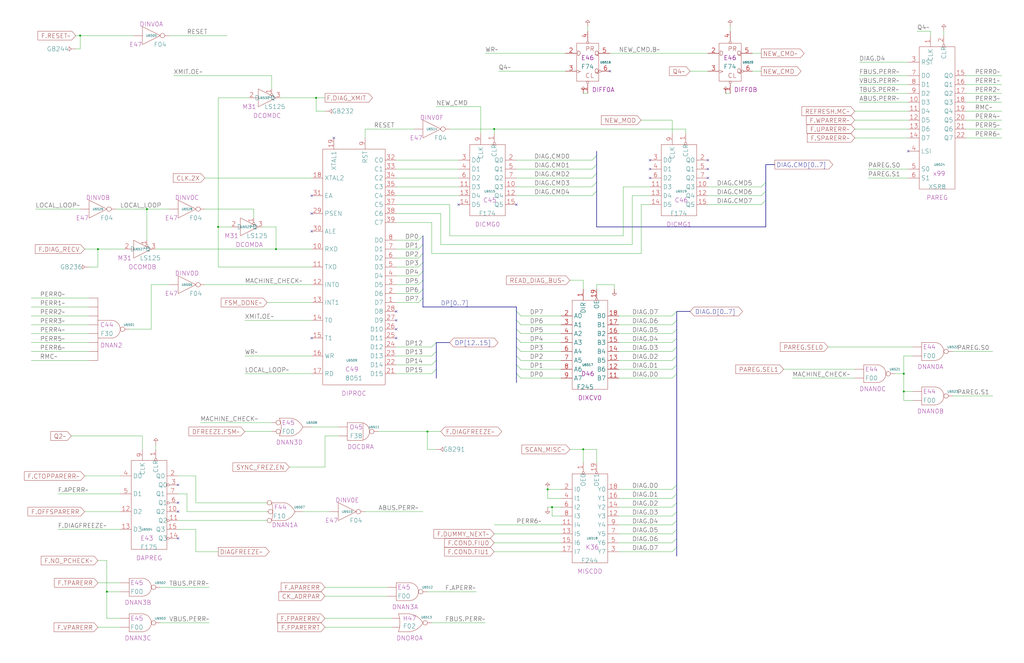
<source format=kicad_sch>
(kicad_sch (version 20211123) (generator eeschema)
  (paper "User" 584.2 378.46)
  (title_block (title "DIAGNOSTIC PROCESSOR") (date "20-MAR-90") (rev "1.0") (comment 1 "FIU") (comment 2 "232-003065") (comment 3 "S400") (comment 4 "RELEASED"))
  (bus (pts (xy 241.3 134.62) (xy 241.3 139.7)))
  (bus (pts (xy 241.3 139.7) (xy 241.3 144.78)))
  (bus (pts (xy 241.3 144.78) (xy 241.3 149.86)))
  (bus (pts (xy 241.3 149.86) (xy 241.3 154.94)))
  (bus (pts (xy 241.3 154.94) (xy 241.3 160.02)))
  (bus (pts (xy 241.3 160.02) (xy 241.3 165.1)))
  (bus (pts (xy 241.3 165.1) (xy 241.3 170.18)))
  (bus (pts (xy 241.3 170.18) (xy 241.3 175.26)))
  (bus (pts (xy 241.3 175.26) (xy 294.64 175.26)))
  (bus (pts (xy 248.92 195.58) (xy 248.92 200.66)))
  (bus (pts (xy 248.92 195.58) (xy 256.54 195.58)))
  (bus (pts (xy 248.92 200.66) (xy 248.92 205.74)))
  (bus (pts (xy 248.92 205.74) (xy 248.92 210.82)))
  (bus (pts (xy 248.92 210.82) (xy 248.92 215.9)))
  (bus (pts (xy 294.64 175.26) (xy 294.64 177.8)))
  (bus (pts (xy 294.64 177.8) (xy 294.64 182.88)))
  (bus (pts (xy 294.64 182.88) (xy 294.64 187.96)))
  (bus (pts (xy 294.64 187.96) (xy 294.64 193.04)))
  (bus (pts (xy 294.64 193.04) (xy 294.64 198.12)))
  (bus (pts (xy 294.64 198.12) (xy 294.64 203.2)))
  (bus (pts (xy 294.64 203.2) (xy 294.64 208.28)))
  (bus (pts (xy 294.64 208.28) (xy 294.64 213.36)))
  (bus (pts (xy 294.64 213.36) (xy 294.64 218.44)))
  (bus (pts (xy 340.36 104.14) (xy 340.36 109.22)))
  (bus (pts (xy 340.36 109.22) (xy 340.36 129.54)))
  (bus (pts (xy 340.36 129.54) (xy 436.88 129.54)))
  (bus (pts (xy 340.36 86.36) (xy 340.36 88.9)))
  (bus (pts (xy 340.36 88.9) (xy 340.36 93.98)))
  (bus (pts (xy 340.36 93.98) (xy 340.36 99.06)))
  (bus (pts (xy 340.36 99.06) (xy 340.36 104.14)))
  (bus (pts (xy 386.08 177.8) (xy 386.08 182.88)))
  (bus (pts (xy 386.08 177.8) (xy 393.7 177.8)))
  (bus (pts (xy 386.08 182.88) (xy 386.08 187.96)))
  (bus (pts (xy 386.08 187.96) (xy 386.08 193.04)))
  (bus (pts (xy 386.08 193.04) (xy 386.08 198.12)))
  (bus (pts (xy 386.08 198.12) (xy 386.08 203.2)))
  (bus (pts (xy 386.08 203.2) (xy 386.08 208.28)))
  (bus (pts (xy 386.08 208.28) (xy 386.08 213.36)))
  (bus (pts (xy 386.08 213.36) (xy 386.08 276.86)))
  (bus (pts (xy 386.08 276.86) (xy 386.08 281.94)))
  (bus (pts (xy 386.08 281.94) (xy 386.08 287.02)))
  (bus (pts (xy 386.08 287.02) (xy 386.08 292.1)))
  (bus (pts (xy 386.08 292.1) (xy 386.08 297.18)))
  (bus (pts (xy 386.08 297.18) (xy 386.08 302.26)))
  (bus (pts (xy 386.08 302.26) (xy 386.08 307.34)))
  (bus (pts (xy 386.08 307.34) (xy 386.08 312.42)))
  (bus (pts (xy 386.08 312.42) (xy 386.08 317.5)))
  (bus (pts (xy 436.88 104.14) (xy 436.88 109.22)))
  (bus (pts (xy 436.88 109.22) (xy 436.88 114.3)))
  (bus (pts (xy 436.88 114.3) (xy 436.88 129.54)))
  (bus (pts (xy 436.88 93.98) (xy 436.88 104.14)))
  (bus (pts (xy 436.88 93.98) (xy 441.96 93.98)))
  (wire (pts (xy 101.6 271.78) (xy 111.76 271.78)))
  (wire (pts (xy 101.6 281.94) (xy 106.68 281.94)))
  (wire (pts (xy 101.6 297.18) (xy 152.4 297.18)))
  (wire (pts (xy 101.6 302.26) (xy 111.76 302.26)))
  (wire (pts (xy 106.68 281.94) (xy 106.68 292.1)))
  (wire (pts (xy 106.68 292.1) (xy 152.4 292.1)))
  (wire (pts (xy 111.76 271.78) (xy 111.76 287.02)))
  (wire (pts (xy 111.76 287.02) (xy 152.4 287.02)))
  (wire (pts (xy 111.76 302.26) (xy 111.76 314.96)))
  (wire (pts (xy 111.76 314.96) (xy 124.46 314.96)))
  (wire (pts (xy 114.3 241.3) (xy 154.94 241.3)))
  (wire (pts (xy 116.84 101.6) (xy 177.8 101.6)))
  (wire (pts (xy 116.84 119.38) (xy 144.78 119.38)))
  (wire (pts (xy 116.84 162.56) (xy 177.8 162.56)))
  (wire (pts (xy 124.46 129.54) (xy 124.46 55.88)))
  (wire (pts (xy 124.46 129.54) (xy 132.08 129.54)))
  (wire (pts (xy 124.46 152.4) (xy 124.46 129.54)))
  (wire (pts (xy 124.46 55.88) (xy 142.24 55.88)))
  (wire (pts (xy 139.7 182.88) (xy 177.8 182.88)))
  (wire (pts (xy 139.7 203.2) (xy 177.8 203.2)))
  (wire (pts (xy 139.7 213.36) (xy 177.8 213.36)))
  (wire (pts (xy 139.7 246.38) (xy 154.94 246.38)))
  (wire (pts (xy 144.78 119.38) (xy 144.78 124.46)))
  (wire (pts (xy 149.86 129.54) (xy 157.48 129.54)))
  (wire (pts (xy 152.4 172.72) (xy 177.8 172.72)))
  (wire (pts (xy 154.94 43.18) (xy 154.94 50.8)))
  (wire (pts (xy 157.48 129.54) (xy 157.48 142.24)))
  (wire (pts (xy 157.48 142.24) (xy 177.8 142.24)))
  (wire (pts (xy 160.02 55.88) (xy 180.34 55.88)))
  (wire (pts (xy 17.78 170.18) (xy 50.8 170.18)))
  (wire (pts (xy 17.78 175.26) (xy 50.8 175.26)))
  (wire (pts (xy 17.78 180.34) (xy 50.8 180.34)))
  (wire (pts (xy 17.78 185.42) (xy 50.8 185.42)))
  (wire (pts (xy 17.78 190.5) (xy 50.8 190.5)))
  (wire (pts (xy 17.78 195.58) (xy 50.8 195.58)))
  (wire (pts (xy 17.78 200.66) (xy 50.8 200.66)))
  (wire (pts (xy 17.78 205.74) (xy 50.8 205.74)))
  (wire (pts (xy 172.72 292.1) (xy 187.96 292.1)))
  (wire (pts (xy 177.8 152.4) (xy 124.46 152.4)))
  (wire (pts (xy 177.8 243.84) (xy 193.04 243.84)))
  (wire (pts (xy 180.34 55.88) (xy 185.42 55.88)))
  (wire (pts (xy 180.34 63.5) (xy 180.34 55.88)))
  (wire (pts (xy 185.42 248.92) (xy 185.42 266.7)))
  (wire (pts (xy 185.42 266.7) (xy 165.1 266.7)))
  (wire (pts (xy 185.42 335.28) (xy 220.98 335.28)))
  (wire (pts (xy 185.42 340.36) (xy 220.98 340.36)))
  (wire (pts (xy 185.42 353.06) (xy 223.52 353.06)))
  (wire (pts (xy 185.42 358.14) (xy 223.52 358.14)))
  (wire (pts (xy 185.42 63.5) (xy 180.34 63.5)))
  (wire (pts (xy 193.04 248.92) (xy 185.42 248.92)))
  (wire (pts (xy 20.32 119.38) (xy 45.72 119.38)))
  (wire (pts (xy 208.28 292.1) (xy 241.3 292.1)))
  (wire (pts (xy 208.28 73.66) (xy 208.28 78.74)))
  (wire (pts (xy 215.9 246.38) (xy 243.84 246.38)))
  (wire (pts (xy 226.06 101.6) (xy 261.62 101.6)))
  (wire (pts (xy 226.06 106.68) (xy 261.62 106.68)))
  (wire (pts (xy 226.06 111.76) (xy 261.62 111.76)))
  (wire (pts (xy 226.06 116.84) (xy 256.54 116.84)))
  (wire (pts (xy 226.06 121.92) (xy 251.46 121.92)))
  (wire (pts (xy 226.06 127) (xy 246.38 127)))
  (wire (pts (xy 226.06 137.16) (xy 238.76 137.16)))
  (wire (pts (xy 226.06 142.24) (xy 238.76 142.24)))
  (wire (pts (xy 226.06 147.32) (xy 238.76 147.32)))
  (wire (pts (xy 226.06 152.4) (xy 238.76 152.4)))
  (wire (pts (xy 226.06 157.48) (xy 238.76 157.48)))
  (wire (pts (xy 226.06 162.56) (xy 238.76 162.56)))
  (wire (pts (xy 226.06 167.64) (xy 238.76 167.64)))
  (wire (pts (xy 226.06 172.72) (xy 238.76 172.72)))
  (wire (pts (xy 226.06 198.12) (xy 246.38 198.12)))
  (wire (pts (xy 226.06 203.2) (xy 246.38 203.2)))
  (wire (pts (xy 226.06 208.28) (xy 246.38 208.28)))
  (wire (pts (xy 226.06 213.36) (xy 246.38 213.36)))
  (wire (pts (xy 226.06 91.44) (xy 261.62 91.44)))
  (wire (pts (xy 226.06 96.52) (xy 261.62 96.52)))
  (wire (pts (xy 236.22 73.66) (xy 208.28 73.66)))
  (wire (pts (xy 243.84 246.38) (xy 251.46 246.38)))
  (wire (pts (xy 243.84 256.54) (xy 243.84 246.38)))
  (wire (pts (xy 243.84 337.82) (xy 271.78 337.82)))
  (wire (pts (xy 246.38 127) (xy 246.38 144.78)))
  (wire (pts (xy 246.38 144.78) (xy 365.76 144.78)))
  (wire (pts (xy 246.38 355.6) (xy 276.86 355.6)))
  (wire (pts (xy 248.92 256.54) (xy 243.84 256.54)))
  (wire (pts (xy 251.46 121.92) (xy 251.46 139.7)))
  (wire (pts (xy 251.46 139.7) (xy 360.68 139.7)))
  (wire (pts (xy 256.54 116.84) (xy 256.54 134.62)))
  (wire (pts (xy 256.54 134.62) (xy 355.6 134.62)))
  (wire (pts (xy 256.54 73.66) (xy 281.94 73.66)))
  (wire (pts (xy 274.32 60.96) (xy 248.92 60.96)))
  (wire (pts (xy 274.32 76.2) (xy 274.32 60.96)))
  (wire (pts (xy 276.86 30.48) (xy 322.58 30.48)))
  (wire (pts (xy 281.94 299.72) (xy 320.04 299.72)))
  (wire (pts (xy 281.94 304.8) (xy 320.04 304.8)))
  (wire (pts (xy 281.94 309.88) (xy 320.04 309.88)))
  (wire (pts (xy 281.94 314.96) (xy 320.04 314.96)))
  (wire (pts (xy 281.94 73.66) (xy 281.94 76.2)))
  (wire (pts (xy 281.94 73.66) (xy 391.16 73.66)))
  (wire (pts (xy 284.48 40.64) (xy 322.58 40.64)))
  (wire (pts (xy 294.64 101.6) (xy 337.82 101.6)))
  (wire (pts (xy 294.64 106.68) (xy 337.82 106.68)))
  (wire (pts (xy 294.64 111.76) (xy 337.82 111.76)))
  (wire (pts (xy 294.64 91.44) (xy 337.82 91.44)))
  (wire (pts (xy 294.64 96.52) (xy 337.82 96.52)))
  (wire (pts (xy 297.18 180.34) (xy 320.04 180.34)))
  (wire (pts (xy 297.18 185.42) (xy 320.04 185.42)))
  (wire (pts (xy 297.18 190.5) (xy 320.04 190.5)))
  (wire (pts (xy 297.18 195.58) (xy 320.04 195.58)))
  (wire (pts (xy 297.18 200.66) (xy 320.04 200.66)))
  (wire (pts (xy 297.18 205.74) (xy 320.04 205.74)))
  (wire (pts (xy 297.18 210.82) (xy 320.04 210.82)))
  (wire (pts (xy 297.18 215.9) (xy 320.04 215.9)))
  (wire (pts (xy 312.42 279.4) (xy 320.04 279.4)))
  (wire (pts (xy 312.42 284.48) (xy 312.42 279.4)))
  (wire (pts (xy 312.42 289.56) (xy 314.96 289.56)))
  (wire (pts (xy 314.96 289.56) (xy 320.04 289.56)))
  (wire (pts (xy 314.96 294.64) (xy 314.96 289.56)))
  (wire (pts (xy 320.04 284.48) (xy 312.42 284.48)))
  (wire (pts (xy 320.04 294.64) (xy 314.96 294.64)))
  (wire (pts (xy 325.12 160.02) (xy 332.74 160.02)))
  (wire (pts (xy 325.12 256.54) (xy 332.74 256.54)))
  (wire (pts (xy 33.02 281.94) (xy 68.58 281.94)))
  (wire (pts (xy 33.02 302.26) (xy 68.58 302.26)))
  (wire (pts (xy 332.74 165.1) (xy 332.74 160.02)))
  (wire (pts (xy 332.74 256.54) (xy 332.74 264.16)))
  (wire (pts (xy 332.74 256.54) (xy 340.36 256.54)))
  (wire (pts (xy 332.74 53.34) (xy 335.28 53.34)))
  (wire (pts (xy 335.28 15.24) (xy 335.28 17.78)))
  (wire (pts (xy 340.36 162.56) (xy 350.52 162.56)))
  (wire (pts (xy 340.36 165.1) (xy 340.36 162.56)))
  (wire (pts (xy 340.36 264.16) (xy 340.36 256.54)))
  (wire (pts (xy 347.98 30.48) (xy 403.86 30.48)))
  (wire (pts (xy 350.52 162.56) (xy 350.52 165.1)))
  (wire (pts (xy 353.06 180.34) (xy 383.54 180.34)))
  (wire (pts (xy 353.06 185.42) (xy 383.54 185.42)))
  (wire (pts (xy 353.06 190.5) (xy 383.54 190.5)))
  (wire (pts (xy 353.06 195.58) (xy 383.54 195.58)))
  (wire (pts (xy 353.06 200.66) (xy 383.54 200.66)))
  (wire (pts (xy 353.06 205.74) (xy 383.54 205.74)))
  (wire (pts (xy 353.06 210.82) (xy 383.54 210.82)))
  (wire (pts (xy 353.06 215.9) (xy 383.54 215.9)))
  (wire (pts (xy 353.06 279.4) (xy 383.54 279.4)))
  (wire (pts (xy 353.06 284.48) (xy 383.54 284.48)))
  (wire (pts (xy 353.06 289.56) (xy 383.54 289.56)))
  (wire (pts (xy 353.06 294.64) (xy 383.54 294.64)))
  (wire (pts (xy 353.06 299.72) (xy 383.54 299.72)))
  (wire (pts (xy 353.06 304.8) (xy 383.54 304.8)))
  (wire (pts (xy 353.06 309.88) (xy 383.54 309.88)))
  (wire (pts (xy 353.06 314.96) (xy 383.54 314.96)))
  (wire (pts (xy 355.6 106.68) (xy 370.84 106.68)))
  (wire (pts (xy 355.6 134.62) (xy 355.6 106.68)))
  (wire (pts (xy 360.68 111.76) (xy 370.84 111.76)))
  (wire (pts (xy 360.68 139.7) (xy 360.68 111.76)))
  (wire (pts (xy 365.76 116.84) (xy 370.84 116.84)))
  (wire (pts (xy 365.76 144.78) (xy 365.76 116.84)))
  (wire (pts (xy 365.76 68.58) (xy 383.54 68.58)))
  (wire (pts (xy 383.54 76.2) (xy 383.54 68.58)))
  (wire (pts (xy 391.16 73.66) (xy 391.16 76.2)))
  (wire (pts (xy 393.7 40.64) (xy 403.86 40.64)))
  (wire (pts (xy 40.64 248.92) (xy 81.28 248.92)))
  (wire (pts (xy 403.86 106.68) (xy 434.34 106.68)))
  (wire (pts (xy 403.86 111.76) (xy 434.34 111.76)))
  (wire (pts (xy 403.86 116.84) (xy 434.34 116.84)))
  (wire (pts (xy 414.02 53.34) (xy 416.56 53.34)))
  (wire (pts (xy 416.56 15.24) (xy 416.56 17.78)))
  (wire (pts (xy 429.26 30.48) (xy 434.34 30.48)))
  (wire (pts (xy 429.26 40.64) (xy 434.34 40.64)))
  (wire (pts (xy 43.18 20.32) (xy 45.72 20.32)))
  (wire (pts (xy 447.04 210.82) (xy 487.68 210.82)))
  (wire (pts (xy 45.72 20.32) (xy 45.72 27.94)))
  (wire (pts (xy 45.72 27.94) (xy 43.18 27.94)))
  (wire (pts (xy 452.12 215.9) (xy 487.68 215.9)))
  (wire (pts (xy 472.44 198.12) (xy 520.7 198.12)))
  (wire (pts (xy 48.26 142.24) (xy 55.88 142.24)))
  (wire (pts (xy 48.26 271.78) (xy 68.58 271.78)))
  (wire (pts (xy 48.26 292.1) (xy 68.58 292.1)))
  (wire (pts (xy 487.68 63.5) (xy 518.16 63.5)))
  (wire (pts (xy 487.68 68.58) (xy 518.16 68.58)))
  (wire (pts (xy 487.68 73.66) (xy 518.16 73.66)))
  (wire (pts (xy 487.68 78.74) (xy 518.16 78.74)))
  (wire (pts (xy 490.22 35.56) (xy 518.16 35.56)))
  (wire (pts (xy 490.22 43.18) (xy 518.16 43.18)))
  (wire (pts (xy 490.22 48.26) (xy 518.16 48.26)))
  (wire (pts (xy 490.22 53.34) (xy 518.16 53.34)))
  (wire (pts (xy 490.22 58.42) (xy 518.16 58.42)))
  (wire (pts (xy 495.3 101.6) (xy 518.16 101.6)))
  (wire (pts (xy 495.3 96.52) (xy 518.16 96.52)))
  (wire (pts (xy 50.8 152.4) (xy 55.88 152.4)))
  (wire (pts (xy 515.62 203.2) (xy 515.62 213.36)))
  (wire (pts (xy 515.62 213.36) (xy 510.54 213.36)))
  (wire (pts (xy 515.62 223.52) (xy 515.62 213.36)))
  (wire (pts (xy 515.62 223.52) (xy 520.7 223.52)))
  (wire (pts (xy 515.62 228.6) (xy 515.62 223.52)))
  (wire (pts (xy 520.7 203.2) (xy 515.62 203.2)))
  (wire (pts (xy 520.7 228.6) (xy 515.62 228.6)))
  (wire (pts (xy 523.24 17.78) (xy 530.86 17.78)))
  (wire (pts (xy 530.86 17.78) (xy 530.86 20.32)))
  (wire (pts (xy 538.48 17.78) (xy 538.48 20.32)))
  (wire (pts (xy 543.56 200.66) (xy 566.42 200.66)))
  (wire (pts (xy 543.56 226.06) (xy 566.42 226.06)))
  (wire (pts (xy 55.88 142.24) (xy 71.12 142.24)))
  (wire (pts (xy 55.88 152.4) (xy 55.88 142.24)))
  (wire (pts (xy 55.88 332.74) (xy 68.58 332.74)))
  (wire (pts (xy 55.88 358.14) (xy 68.58 358.14)))
  (wire (pts (xy 551.18 43.18) (xy 571.5 43.18)))
  (wire (pts (xy 551.18 48.26) (xy 571.5 48.26)))
  (wire (pts (xy 551.18 53.34) (xy 571.5 53.34)))
  (wire (pts (xy 551.18 58.42) (xy 571.5 58.42)))
  (wire (pts (xy 551.18 63.5) (xy 571.5 63.5)))
  (wire (pts (xy 551.18 68.58) (xy 571.5 68.58)))
  (wire (pts (xy 551.18 73.66) (xy 571.5 73.66)))
  (wire (pts (xy 551.18 78.74) (xy 571.5 78.74)))
  (wire (pts (xy 60.96 320.04) (xy 55.88 320.04)))
  (wire (pts (xy 60.96 337.82) (xy 60.96 320.04)))
  (wire (pts (xy 60.96 337.82) (xy 68.58 337.82)))
  (wire (pts (xy 60.96 353.06) (xy 60.96 337.82)))
  (wire (pts (xy 66.04 119.38) (xy 83.82 119.38)))
  (wire (pts (xy 68.58 353.06) (xy 60.96 353.06)))
  (wire (pts (xy 76.2 20.32) (xy 45.72 20.32)))
  (wire (pts (xy 81.28 256.54) (xy 81.28 248.92)))
  (wire (pts (xy 83.82 119.38) (xy 83.82 137.16)))
  (wire (pts (xy 83.82 119.38) (xy 96.52 119.38)))
  (wire (pts (xy 86.36 162.56) (xy 86.36 187.96)))
  (wire (pts (xy 86.36 187.96) (xy 73.66 187.96)))
  (wire (pts (xy 88.9 142.24) (xy 157.48 142.24)))
  (wire (pts (xy 88.9 256.54) (xy 88.9 254)))
  (wire (pts (xy 91.44 335.28) (xy 119.38 335.28)))
  (wire (pts (xy 91.44 355.6) (xy 119.38 355.6)))
  (wire (pts (xy 96.52 162.56) (xy 86.36 162.56)))
  (wire (pts (xy 96.52 20.32) (xy 129.54 20.32)))
  (wire (pts (xy 99.06 43.18) (xy 154.94 43.18)))
  (label "LOCAL_LOOP~" (at 20.32 119.38 0) (effects (font (size 2.54 2.54))))
  (label "PERR0~" (at 22.86 170.18 0) (effects (font (size 2.54 2.54))))
  (label "PERR1~" (at 22.86 175.26 0) (effects (font (size 2.54 2.54))))
  (label "PERR2~" (at 22.86 180.34 0) (effects (font (size 2.54 2.54))))
  (label "PERR3~" (at 22.86 185.42 0) (effects (font (size 2.54 2.54))))
  (label "PERR4~" (at 22.86 190.5 0) (effects (font (size 2.54 2.54))))
  (label "PERR5~" (at 22.86 195.58 0) (effects (font (size 2.54 2.54))))
  (label "PERR6~" (at 22.86 200.66 0) (effects (font (size 2.54 2.54))))
  (label "RMC~" (at 22.86 205.74 0) (effects (font (size 2.54 2.54))))
  (label "F.APERR~" (at 33.02 281.94 0) (effects (font (size 2.54 2.54))))
  (label "F.DIAGFREEZE~" (at 33.02 302.26 0) (effects (font (size 2.54 2.54))))
  (global_label "Q2~" (shape input) (at 40.64 248.92 180) (effects (font (size 2.54 2.54))) (property "Intersheet References" "${INTERSHEET_REFS}" (at 29.1102 248.7613 0) (effects (font (size 2.54 2.54)) (justify right))))
  (global_label "F.RESET~" (shape input) (at 43.18 20.32 180) (effects (font (size 2.54 2.54))) (property "Intersheet References" "${INTERSHEET_REFS}" (at 21.8531 20.1613 0) (effects (font (size 2.54 2.54)) (justify right))))
  (symbol (lib_id "r1000:GB") (at 43.18 27.94 0) (mirror y) (unit 1)
    (property "Reference" "GB244" (at 39.37 27.94 0) (effects (font (size 2.54 2.54)) (justify left)))
    (property "Value" "GB" (effects hide))
  )
  (junction (at 45.72 20.32))
  (global_label "F.DIAG_RECV" (shape input) (at 48.26 142.24 180) (effects (font (size 2.54 2.54))) (property "Intersheet References" "${INTERSHEET_REFS}" (at 20.0902 142.0813 0) (effects (font (size 2.54 2.54)) (justify right))))
  (global_label "F.CTOPPARERR~" (shape input) (at 48.26 271.78 180) (effects (font (size 2.54 2.54))) (property "Intersheet References" "${INTERSHEET_REFS}" (at 14.1121 271.6213 0) (effects (font (size 2.54 2.54)) (justify right))))
  (global_label "F.OFFSPARERR" (shape input) (at 48.26 292.1 180) (effects (font (size 2.54 2.54))) (property "Intersheet References" "${INTERSHEET_REFS}" (at 16.1683 291.9413 0) (effects (font (size 2.54 2.54)) (justify right))))
  (symbol (lib_id "r1000:GB") (at 50.8 152.4 0) (mirror y) (unit 1)
    (property "Reference" "GB236" (at 46.99 152.4 0) (effects (font (size 2.54 2.54)) (justify left)))
    (property "Value" "GB" (effects hide))
  )
  (symbol (lib_id "r1000:F04") (at 55.88 119.38 0) (unit 1)
    (property "Reference" "U6526" (at 55.88 119.38 0))
    (property "Value" "F04" (at 57.15 124.46 0) (effects (font (size 2.54 2.54)) (justify left)))
    (property "Location" "E47" (at 43.18 124.46 0) (effects (font (size 2.54 2.54)) (justify left)))
    (property "Name" "DINV0B" (at 55.88 114.3 0) (effects (font (size 2.54 2.54)) (justify bottom)))
  )
  (junction (at 55.88 142.24))
  (global_label "F.NO_PCHECK~" (shape input) (at 55.88 320.04 180) (effects (font (size 2.54 2.54))) (property "Intersheet References" "${INTERSHEET_REFS}" (at 23.6674 319.8813 0) (effects (font (size 2.54 2.54)) (justify right))))
  (global_label "F.TPARERR" (shape input) (at 55.88 332.74 180) (effects (font (size 2.54 2.54))) (property "Intersheet References" "${INTERSHEET_REFS}" (at 31.2874 332.5813 0) (effects (font (size 2.54 2.54)) (justify right))))
  (global_label "F.VPARERR" (shape input) (at 55.88 358.14 180) (effects (font (size 2.54 2.54))) (property "Intersheet References" "${INTERSHEET_REFS}" (at 31.0455 357.9813 0) (effects (font (size 2.54 2.54)) (justify right))))
  (symbol (lib_id "r1000:F30") (at 58.42 187.96 0) (unit 1)
    (property "Reference" "U6501" (at 73.66 185.42 0))
    (property "Value" "F30" (at 60.96 190.5 0) (effects (font (size 2.54 2.54))))
    (property "Location" "C44" (at 60.96 185.42 0) (effects (font (size 2.54 2.54))))
    (property "Name" "DNAN2" (at 63.5 198.58 0) (effects (font (size 2.54 2.54)) (justify bottom)))
  )
  (junction (at 60.96 337.82))
  (label "LOCAL_LOOP" (at 68.58 119.38 0) (effects (font (size 2.54 2.54))))
  (symbol (lib_id "r1000:F00") (at 76.2 332.74 0) (unit 1)
    (property "Reference" "U6502" (at 91.44 332.74 0))
    (property "Value" "F00" (at 78.105 337.82 0) (effects (font (size 2.54 2.54))))
    (property "Location" "E45" (at 78.105 332.74 0) (effects (font (size 2.54 2.54))))
    (property "Name" "DNAN3B" (at 78.74 345.44 0) (effects (font (size 2.54 2.54)) (justify bottom)))
  )
  (symbol (lib_id "r1000:F00") (at 76.2 353.06 0) (unit 1)
    (property "Reference" "U6503" (at 91.44 353.06 0))
    (property "Value" "F00" (at 78.105 358.14 0) (effects (font (size 2.54 2.54))))
    (property "Location" "E45" (at 78.105 353.06 0) (effects (font (size 2.54 2.54))))
    (property "Name" "DNAN3C" (at 78.74 365.76 0) (effects (font (size 2.54 2.54)) (justify bottom)))
  )
  (symbol (lib_id "r1000:LS125") (at 78.74 142.24 0) (unit 1)
    (property "Reference" "U6527" (at 79.375 142.24 0))
    (property "Value" "LS125" (at 85.725 147.32 0) (effects (font (size 2.54 2.54))))
    (property "Location" "M31" (at 71.12 147.32 0) (effects (font (size 2.54 2.54))))
    (property "Name" "DCOMDB" (at 81.28 152.4 0) (effects (font (size 2.54 2.54))))
  )
  (symbol (lib_id "r1000:F175") (at 81.28 307.34 0) (unit 1)
    (property "Reference" "U6504" (at 83.82 302.26 0))
    (property "Value" "F175" (at 80.01 312.42 0) (effects (font (size 2.54 2.54)) (justify left)))
    (property "Location" "E43" (at 80.01 307.34 0) (effects (font (size 2.54 2.54)) (justify left)))
    (property "Name" "DAPREG" (at 85.09 320.04 0) (effects (font (size 2.54 2.54)) (justify bottom)))
  )
  (junction (at 83.82 119.38))
  (symbol (lib_id "r1000:F04") (at 86.36 20.32 0) (unit 1)
    (property "Reference" "U6505" (at 86.36 20.32 0))
    (property "Value" "F04" (at 87.63 25.4 0) (effects (font (size 2.54 2.54)) (justify left)))
    (property "Location" "E47" (at 73.66 25.4 0) (effects (font (size 2.54 2.54)) (justify left)))
    (property "Name" "DINV0A" (at 86.36 15.24 0) (effects (font (size 2.54 2.54)) (justify bottom)))
  )
  (symbol (lib_id "r1000:PU") (at 88.9 254 0) (unit 1)
    (property "Reference" "#PWR0185" (effects hide))
    (property "Value" "PU" (effects hide))
  )
  (label "TBUS.PERR~" (at 96.52 335.28 0) (effects (font (size 2.54 2.54))))
  (label "VBUS.PERR~" (at 96.52 355.6 0) (effects (font (size 2.54 2.54))))
  (label "XMIT.OE~" (at 99.06 43.18 0) (effects (font (size 2.54 2.54))))
  (no_connect (at 101.6 276.86))
  (no_connect (at 101.6 287.02))
  (no_connect (at 101.6 292.1))
  (no_connect (at 101.6 307.34))
  (label "RESET" (at 106.68 20.32 0) (effects (font (size 2.54 2.54))))
  (symbol (lib_id "r1000:F04") (at 106.68 119.38 0) (unit 1)
    (property "Reference" "U6528" (at 106.68 119.38 0))
    (property "Value" "F04" (at 107.95 124.46 0) (effects (font (size 2.54 2.54)) (justify left)))
    (property "Location" "E47" (at 93.98 124.46 0) (effects (font (size 2.54 2.54)) (justify left)))
    (property "Name" "DINV0C" (at 106.68 114.3 0) (effects (font (size 2.54 2.54)) (justify bottom)))
  )
  (symbol (lib_id "r1000:F04") (at 106.68 162.56 0) (unit 1)
    (property "Reference" "U6506" (at 106.68 162.56 0))
    (property "Value" "F04" (at 107.95 167.64 0) (effects (font (size 2.54 2.54)) (justify left)))
    (property "Location" "E47" (at 93.98 167.64 0) (effects (font (size 2.54 2.54)) (justify left)))
    (property "Name" "DINV0D" (at 106.68 157.48 0) (effects (font (size 2.54 2.54)) (justify bottom)))
  )
  (label "MACHINE_CHECK~" (at 114.3 241.3 0) (effects (font (size 2.54 2.54))))
  (global_label "CLK.2X" (shape input) (at 116.84 101.6 180) (effects (font (size 2.54 2.54))) (property "Intersheet References" "${INTERSHEET_REFS}" (at 88.3769 101.4413 0) (effects (font (size 2.54 2.54)) (justify right))))
  (junction (at 124.46 129.54))
  (global_label "DIAGFREEZE~" (shape output) (at 124.46 314.96 0) (effects (font (size 2.54 2.54))) (property "Intersheet References" "${INTERSHEET_REFS}" (at 153.4069 314.8013 0) (effects (font (size 2.54 2.54)) (justify left))))
  (symbol (lib_id "r1000:LS125") (at 139.7 129.54 0) (unit 1)
    (property "Reference" "U6529" (at 140.335 129.54 0))
    (property "Value" "LS125" (at 146.685 134.62 0) (effects (font (size 2.54 2.54))))
    (property "Location" "M31" (at 132.08 134.62 0) (effects (font (size 2.54 2.54))))
    (property "Name" "DCOMDA" (at 142.24 139.7 0) (effects (font (size 2.54 2.54))))
  )
  (label "MACHINE_CHECK~" (at 139.7 162.56 0) (effects (font (size 2.54 2.54))))
  (label "XMIT.OE~" (at 139.7 182.88 0) (effects (font (size 2.54 2.54))))
  (label "WR~" (at 139.7 203.2 0) (effects (font (size 2.54 2.54))))
  (label "LOCAL_LOOP~" (at 139.7 213.36 0) (effects (font (size 2.54 2.54))))
  (global_label "DFREEZE.FSM~" (shape input) (at 139.7 246.38 180) (effects (font (size 2.54 2.54))) (property "Intersheet References" "${INTERSHEET_REFS}" (at 107.7807 246.2213 0) (effects (font (size 2.54 2.54)) (justify right))))
  (symbol (lib_id "r1000:LS125") (at 149.86 55.88 0) (unit 1)
    (property "Reference" "U6530" (at 150.495 55.88 0))
    (property "Value" "LS125" (at 156.845 60.96 0) (effects (font (size 2.54 2.54))))
    (property "Location" "M31" (at 142.24 60.96 0) (effects (font (size 2.54 2.54))))
    (property "Name" "DCOMDC" (at 152.4 66.04 0) (effects (font (size 2.54 2.54))))
  )
  (global_label "FSM_DONE~" (shape input) (at 152.4 172.72 180) (effects (font (size 2.54 2.54))) (property "Intersheet References" "${INTERSHEET_REFS}" (at 126.3559 172.5613 0) (effects (font (size 2.54 2.54)) (justify right))))
  (junction (at 157.48 142.24))
  (symbol (lib_id "r1000:F10") (at 157.48 289.56 0) (unit 1) (convert 2)
    (property "Reference" "U6507" (at 170.815 289.56 0))
    (property "Value" "F10" (at 163.195 294.64 0) (effects (font (size 2.54 2.54)) (justify right)))
    (property "Location" "F44" (at 156.21 289.56 0) (effects (font (size 2.54 2.54)) (justify left)))
    (property "Name" "DNAN1A" (at 154.94 299.72 0) (effects (font (size 2.54 2.54)) (justify left)))
  )
  (symbol (lib_id "r1000:F00") (at 162.56 241.3 0) (unit 1) (convert 2)
    (property "Reference" "U6508" (at 177.8 241.3 0))
    (property "Value" "F00" (at 164.465 246.38 0) (effects (font (size 2.54 2.54))))
    (property "Location" "E45" (at 164.465 241.3 0) (effects (font (size 2.54 2.54))))
    (property "Name" "DNAN3D" (at 165.1 254 0) (effects (font (size 2.54 2.54)) (justify bottom)))
  )
  (global_label "SYNC_FREZ.EN" (shape input) (at 165.1 266.7 180) (effects (font (size 2.54 2.54))) (property "Intersheet References" "${INTERSHEET_REFS}" (at 133.1293 266.5413 0) (effects (font (size 2.54 2.54)) (justify right))))
  (no_connect (at 177.8 111.76))
  (no_connect (at 177.8 121.92))
  (no_connect (at 177.8 132.08))
  (no_connect (at 177.8 193.04))
  (junction (at 180.34 55.88))
  (global_label "F.DIAG_XMIT" (shape output) (at 185.42 55.88 0) (effects (font (size 2.54 2.54))) (property "Intersheet References" "${INTERSHEET_REFS}" (at 212.5012 55.7213 0) (effects (font (size 2.54 2.54)) (justify left))))
  (symbol (lib_id "r1000:GB") (at 185.42 63.5 0) (unit 1)
    (property "Reference" "GB232" (at 189.23 63.5 0) (effects (font (size 2.54 2.54)) (justify left)))
    (property "Value" "GB" (effects hide))
  )
  (global_label "F.APARERR" (shape input) (at 185.42 335.28 180) (effects (font (size 2.54 2.54))) (property "Intersheet References" "${INTERSHEET_REFS}" (at 160.5855 335.1213 0) (effects (font (size 2.54 2.54)) (justify right))))
  (global_label "CK_ADRPAR" (shape input) (at 185.42 340.36 180) (effects (font (size 2.54 2.54))) (property "Intersheet References" "${INTERSHEET_REFS}" (at 159.255 340.2013 0) (effects (font (size 2.54 2.54)) (justify right))))
  (global_label "F.FPARERRV" (shape input) (at 185.42 353.06 180) (effects (font (size 2.54 2.54))) (property "Intersheet References" "${INTERSHEET_REFS}" (at 158.4083 352.9013 0) (effects (font (size 2.54 2.54)) (justify right))))
  (global_label "F.FPARERRT" (shape input) (at 185.42 358.14 180) (effects (font (size 2.54 2.54))) (property "Intersheet References" "${INTERSHEET_REFS}" (at 158.6502 357.9813 0) (effects (font (size 2.54 2.54)) (justify right))))
  (no_connect (at 190.5 78.74))
  (symbol (lib_id "r1000:8051") (at 198.12 210.82 0) (unit 1)
    (property "Reference" "U6509" (at 200.66 205.74 0))
    (property "Value" "8051" (at 196.85 215.9 0) (effects (font (size 2.54 2.54)) (justify left)))
    (property "Location" "C49" (at 196.85 210.82 0) (effects (font (size 2.54 2.54)) (justify left)))
    (property "Name" "DIPROC" (at 201.93 226.06 0) (effects (font (size 2.54 2.54)) (justify bottom)))
  )
  (symbol (lib_id "r1000:F04") (at 198.12 292.1 0) (unit 1)
    (property "Reference" "U6510" (at 198.12 292.1 0))
    (property "Value" "F04" (at 199.39 297.18 0) (effects (font (size 2.54 2.54)) (justify left)))
    (property "Location" "E47" (at 185.42 297.18 0) (effects (font (size 2.54 2.54)) (justify left)))
    (property "Name" "DINV0E" (at 198.12 287.02 0) (effects (font (size 2.54 2.54)) (justify bottom)))
  )
  (symbol (lib_id "r1000:F38") (at 200.66 246.38 0) (unit 1)
    (property "Reference" "U6511" (at 213.36 243.84 0))
    (property "Value" "F38" (at 203.2 248.92 0) (effects (font (size 2.54 2.54))))
    (property "Location" "O45" (at 203.2 243.84 0) (effects (font (size 2.54 2.54))))
    (property "Name" "DOCDRA" (at 205.74 256.54 0) (effects (font (size 2.54 2.54)) (justify bottom)))
  )
  (label "RESET" (at 213.36 73.66 0) (effects (font (size 2.54 2.54))))
  (label "ABUS.PERR~" (at 215.9 292.1 0) (effects (font (size 2.54 2.54))))
  (no_connect (at 226.06 177.8))
  (no_connect (at 226.06 182.88))
  (no_connect (at 226.06 187.96))
  (no_connect (at 226.06 193.04))
  (symbol (lib_id "r1000:F00") (at 228.6 335.28 0) (unit 1)
    (property "Reference" "U6512" (at 243.84 335.28 0))
    (property "Value" "F00" (at 230.505 340.36 0) (effects (font (size 2.54 2.54))))
    (property "Location" "E45" (at 230.505 335.28 0) (effects (font (size 2.54 2.54))))
    (property "Name" "DNAN3A" (at 231.14 347.98 0) (effects (font (size 2.54 2.54)) (justify bottom)))
  )
  (label "DP0" (at 231.14 137.16 0) (effects (font (size 2.54 2.54))))
  (label "DP1" (at 231.14 142.24 0) (effects (font (size 2.54 2.54))))
  (label "DP2" (at 231.14 147.32 0) (effects (font (size 2.54 2.54))))
  (label "DP3" (at 231.14 152.4 0) (effects (font (size 2.54 2.54))))
  (label "DP4" (at 231.14 157.48 0) (effects (font (size 2.54 2.54))))
  (label "DP5" (at 231.14 162.56 0) (effects (font (size 2.54 2.54))))
  (label "DP6" (at 231.14 167.64 0) (effects (font (size 2.54 2.54))))
  (label "DP7" (at 231.14 172.72 0) (effects (font (size 2.54 2.54))))
  (label "DP12" (at 231.14 198.12 0) (effects (font (size 2.54 2.54))))
  (label "DP13" (at 231.14 203.2 0) (effects (font (size 2.54 2.54))))
  (label "DP14" (at 231.14 208.28 0) (effects (font (size 2.54 2.54))))
  (label "DP15" (at 231.14 213.36 0) (effects (font (size 2.54 2.54))))
  (symbol (lib_id "r1000:F02") (at 231.14 353.06 0) (unit 1)
    (property "Reference" "U6513" (at 243.3 352.425 0))
    (property "Value" "F02" (at 229.87 357.505 0) (effects (font (size 2.54 2.54)) (justify left)))
    (property "Location" "H47" (at 233.68 353.06 0) (effects (font (size 2.54 2.54))))
    (property "Name" "DNOR0A" (at 233.68 365.76 0) (effects (font (size 2.54 2.54)) (justify bottom)))
  )
  (bus_entry (at 241.3 134.62) (size -2.54 2.54))
  (bus_entry (at 241.3 139.7) (size -2.54 2.54))
  (bus_entry (at 241.3 144.78) (size -2.54 2.54))
  (bus_entry (at 241.3 149.86) (size -2.54 2.54))
  (bus_entry (at 241.3 154.94) (size -2.54 2.54))
  (bus_entry (at 241.3 160.02) (size -2.54 2.54))
  (bus_entry (at 241.3 165.1) (size -2.54 2.54))
  (bus_entry (at 241.3 170.18) (size -2.54 2.54))
  (junction (at 243.84 246.38))
  (symbol (lib_id "r1000:F04") (at 246.38 73.66 0) (unit 1)
    (property "Reference" "U6514" (at 246.38 73.66 0))
    (property "Value" "F04" (at 247.65 78.74 0) (effects (font (size 2.54 2.54)) (justify left)))
    (property "Location" "E47" (at 233.68 78.74 0) (effects (font (size 2.54 2.54)) (justify left)))
    (property "Name" "DINV0F" (at 246.38 68.58 0) (effects (font (size 2.54 2.54)) (justify bottom)))
  )
  (label "NEW_CMD" (at 248.92 60.96 0) (effects (font (size 2.54 2.54))))
  (bus_entry (at 248.92 195.58) (size -2.54 2.54))
  (bus_entry (at 248.92 200.66) (size -2.54 2.54))
  (bus_entry (at 248.92 205.74) (size -2.54 2.54))
  (bus_entry (at 248.92 210.82) (size -2.54 2.54))
  (symbol (lib_id "r1000:GB") (at 248.92 256.54 0) (unit 1)
    (property "Reference" "GB291" (at 252.73 256.54 0) (effects (font (size 2.54 2.54)) (justify left)))
    (property "Value" "GB" (effects hide))
  )
  (label "DP[0..7]" (at 251.46 175.26 0) (effects (font (size 2.54 2.54))))
  (global_label "F.DIAGFREEZE~" (shape bidirectional) (at 251.46 246.38 0) (effects (font (size 2.54 2.54))) (property "Intersheet References" "${INTERSHEET_REFS}" (at 283.7936 246.2213 0) (effects (font (size 2.54 2.54)) (justify left))))
  (label "F.APERR~" (at 254 337.82 0) (effects (font (size 2.54 2.54))))
  (label "FBUS.PERR~" (at 254 355.6 0) (effects (font (size 2.54 2.54))))
  (global_label "DP[12..15]" (shape bidirectional) (at 256.54 195.58 0) (effects (font (size 2.54 2.54))) (property "Intersheet References" "${INTERSHEET_REFS}" (at 281.7374 195.4213 0) (effects (font (size 2.54 2.54)) (justify left))))
  (no_connect (at 261.62 116.84))
  (label "WR~" (at 276.86 30.48 0) (effects (font (size 2.54 2.54))))
  (symbol (lib_id "r1000:F174") (at 276.86 114.3 0) (unit 1)
    (property "Reference" "U6515" (at 279.4 109.22 0))
    (property "Value" "F174" (at 273.05 121.92 0) (effects (font (size 2.54 2.54)) (justify left)))
    (property "Location" "C45" (at 275.59 114.3 0) (effects (font (size 2.54 2.54)) (justify left)))
    (property "Name" "DICMG0" (at 278.13 129.54 0) (effects (font (size 2.54 2.54)) (justify bottom)))
  )
  (junction (at 281.94 73.66))
  (global_label "F.DUMMY_NEXT~" (shape input) (at 281.94 304.8 180) (effects (font (size 2.54 2.54))) (property "Intersheet References" "${INTERSHEET_REFS}" (at 247.6712 304.6413 0) (effects (font (size 2.54 2.54)) (justify right))))
  (global_label "F.COND.FIU0" (shape input) (at 281.94 309.88 180) (effects (font (size 2.54 2.54))) (property "Intersheet References" "${INTERSHEET_REFS}" (at 253.8397 309.7213 0) (effects (font (size 2.54 2.54)) (justify right))))
  (global_label "F.COND.FIU1" (shape input) (at 281.94 314.96 180) (effects (font (size 2.54 2.54))) (property "Intersheet References" "${INTERSHEET_REFS}" (at 253.8397 314.8013 0) (effects (font (size 2.54 2.54)) (justify right))))
  (label "Q4~" (at 284.48 40.64 0) (effects (font (size 2.54 2.54))))
  (no_connect (at 294.64 116.84))
  (bus_entry (at 294.64 177.8) (size 2.54 2.54))
  (bus_entry (at 294.64 182.88) (size 2.54 2.54))
  (bus_entry (at 294.64 187.96) (size 2.54 2.54))
  (bus_entry (at 294.64 193.04) (size 2.54 2.54))
  (bus_entry (at 294.64 198.12) (size 2.54 2.54))
  (bus_entry (at 294.64 203.2) (size 2.54 2.54))
  (bus_entry (at 294.64 208.28) (size 2.54 2.54))
  (bus_entry (at 294.64 213.36) (size 2.54 2.54))
  (label "PERR6~" (at 294.64 299.72 0) (effects (font (size 2.54 2.54))))
  (label "DP7" (at 302.26 180.34 0) (effects (font (size 2.54 2.54))))
  (label "DP6" (at 302.26 185.42 0) (effects (font (size 2.54 2.54))))
  (label "DP5" (at 302.26 190.5 0) (effects (font (size 2.54 2.54))))
  (label "DP4" (at 302.26 195.58 0) (effects (font (size 2.54 2.54))))
  (label "DP3" (at 302.26 200.66 0) (effects (font (size 2.54 2.54))))
  (label "DP2" (at 302.26 205.74 0) (effects (font (size 2.54 2.54))))
  (label "DP1" (at 302.26 210.82 0) (effects (font (size 2.54 2.54))))
  (label "DP0" (at 302.26 215.9 0) (effects (font (size 2.54 2.54))))
  (label "DIAG.CMD0" (at 304.8 91.44 0) (effects (font (size 2.54 2.54))))
  (label "DIAG.CMD1" (at 304.8 96.52 0) (effects (font (size 2.54 2.54))))
  (label "DIAG.CMD2" (at 304.8 101.6 0) (effects (font (size 2.54 2.54))))
  (label "DIAG.CMD3" (at 304.8 106.68 0) (effects (font (size 2.54 2.54))))
  (label "DIAG.CMD4" (at 304.8 111.76 0) (effects (font (size 2.54 2.54))))
  (junction (at 312.42 279.4))
  (symbol (lib_id "r1000:PU") (at 312.42 279.4 0) (unit 1)
    (property "Reference" "#PWR06501" (effects hide))
    (property "Value" "PU" (effects hide))
  )
  (symbol (lib_id "r1000:PD") (at 312.42 289.56 0) (unit 1) (in_bom no)
    (property "Reference" "#PWR06502" (effects hide))
    (property "Value" "PD" (effects hide))
  )
  (junction (at 314.96 289.56))
  (global_label "READ_DIAG_BUS~" (shape input) (at 325.12 160.02 180) (effects (font (size 2.54 2.54))) (property "Intersheet References" "${INTERSHEET_REFS}" (at 289.1578 159.8613 0) (effects (font (size 2.54 2.54)) (justify right))))
  (global_label "SCAN_MISC~" (shape input) (at 325.12 256.54 180) (effects (font (size 2.54 2.54))) (property "Intersheet References" "${INTERSHEET_REFS}" (at 297.8664 256.3813 0) (effects (font (size 2.54 2.54)) (justify right))))
  (symbol (lib_id "r1000:F74") (at 332.74 33.02 0) (unit 1)
    (property "Reference" "U6516" (at 345.44 35.56 0))
    (property "Value" "F74" (at 331.47 38.1 0) (effects (font (size 2.54 2.54)) (justify left)))
    (property "Location" "E46" (at 331.47 33.02 0) (effects (font (size 2.54 2.54)) (justify left)))
    (property "Name" "DIFF0A" (at 344.17 52.705 0) (effects (font (size 2.54 2.54)) (justify bottom)))
  )
  (symbol (lib_id "r1000:PU") (at 332.74 53.34 0) (unit 1)
    (property "Reference" "#PWR06503" (effects hide))
    (property "Value" "PU" (effects hide))
  )
  (symbol (lib_id "r1000:F245") (at 332.74 213.36 0) (unit 1)
    (property "Reference" "U6517" (at 335.28 208.28 0))
    (property "Value" "F245" (at 328.93 220.98 0) (effects (font (size 2.54 2.54)) (justify left)))
    (property "Location" "D46" (at 331.47 213.36 0) (effects (font (size 2.54 2.54)) (justify left)))
    (property "Name" "DIXCV0" (at 336.55 228.6 0) (effects (font (size 2.54 2.54)) (justify bottom)))
  )
  (junction (at 332.74 256.54))
  (symbol (lib_id "r1000:PU") (at 335.28 15.24 0) (unit 1)
    (property "Reference" "#PWR06504" (effects hide))
    (property "Value" "PU" (effects hide))
  )
  (symbol (lib_id "r1000:F244") (at 335.28 312.42 0) (unit 1)
    (property "Reference" "U6518" (at 337.82 307.34 0))
    (property "Value" "F244" (at 331.47 320.04 0) (effects (font (size 2.54 2.54)) (justify left)))
    (property "Location" "K36" (at 334.01 312.42 0) (effects (font (size 2.54 2.54)) (justify left)))
    (property "Name" "MISCDD" (at 336.55 327.66 0) (effects (font (size 2.54 2.54)) (justify bottom)))
  )
  (bus_entry (at 340.36 88.9) (size -2.54 2.54))
  (bus_entry (at 340.36 93.98) (size -2.54 2.54))
  (bus_entry (at 340.36 99.06) (size -2.54 2.54))
  (bus_entry (at 340.36 104.14) (size -2.54 2.54))
  (bus_entry (at 340.36 109.22) (size -2.54 2.54))
  (no_connect (at 347.98 40.64))
  (symbol (lib_id "r1000:PD") (at 350.52 165.1 0) (unit 1) (in_bom no)
    (property "Reference" "#PWR06505" (effects hide))
    (property "Value" "PD" (effects hide))
  )
  (label "NEW_CMD.B~" (at 353.06 30.48 0) (effects (font (size 2.54 2.54))))
  (label "DIAG.D7" (at 360.68 180.34 0) (effects (font (size 2.54 2.54))))
  (label "DIAG.D6" (at 360.68 185.42 0) (effects (font (size 2.54 2.54))))
  (label "DIAG.D5" (at 360.68 190.5 0) (effects (font (size 2.54 2.54))))
  (label "DIAG.D4" (at 360.68 195.58 0) (effects (font (size 2.54 2.54))))
  (label "DIAG.D3" (at 360.68 200.66 0) (effects (font (size 2.54 2.54))))
  (label "DIAG.D2" (at 360.68 205.74 0) (effects (font (size 2.54 2.54))))
  (label "DIAG.D1" (at 360.68 210.82 0) (effects (font (size 2.54 2.54))))
  (label "DIAG.D0" (at 360.68 215.9 0) (effects (font (size 2.54 2.54))))
  (label "DIAG.D0" (at 360.68 279.4 0) (effects (font (size 2.54 2.54))))
  (label "DIAG.D1" (at 360.68 284.48 0) (effects (font (size 2.54 2.54))))
  (label "DIAG.D2" (at 360.68 289.56 0) (effects (font (size 2.54 2.54))))
  (label "DIAG.D3" (at 360.68 294.64 0) (effects (font (size 2.54 2.54))))
  (label "DIAG.D4" (at 360.68 299.72 0) (effects (font (size 2.54 2.54))))
  (label "DIAG.D5" (at 360.68 304.8 0) (effects (font (size 2.54 2.54))))
  (label "DIAG.D6" (at 360.68 309.88 0) (effects (font (size 2.54 2.54))))
  (label "DIAG.D7" (at 360.68 314.96 0) (effects (font (size 2.54 2.54))))
  (global_label "NEW_MOD" (shape input) (at 365.76 68.58 180) (effects (font (size 2.54 2.54))) (property "Intersheet References" "${INTERSHEET_REFS}" (at 343.2235 68.4213 0) (effects (font (size 2.54 2.54)) (justify right))))
  (no_connect (at 370.84 91.44))
  (no_connect (at 370.84 96.52))
  (no_connect (at 370.84 101.6))
  (symbol (lib_id "r1000:F174") (at 386.08 114.3 0) (unit 1)
    (property "Reference" "U6519" (at 388.62 109.22 0))
    (property "Value" "F174" (at 382.27 121.92 0) (effects (font (size 2.54 2.54)) (justify left)))
    (property "Location" "C46" (at 384.81 114.3 0) (effects (font (size 2.54 2.54)) (justify left)))
    (property "Name" "DICMG1" (at 387.35 129.54 0) (effects (font (size 2.54 2.54)) (justify bottom)))
  )
  (bus_entry (at 386.08 177.8) (size -2.54 2.54))
  (bus_entry (at 386.08 182.88) (size -2.54 2.54))
  (bus_entry (at 386.08 187.96) (size -2.54 2.54))
  (bus_entry (at 386.08 193.04) (size -2.54 2.54))
  (bus_entry (at 386.08 198.12) (size -2.54 2.54))
  (bus_entry (at 386.08 203.2) (size -2.54 2.54))
  (bus_entry (at 386.08 208.28) (size -2.54 2.54))
  (bus_entry (at 386.08 213.36) (size -2.54 2.54))
  (bus_entry (at 386.08 276.86) (size -2.54 2.54))
  (bus_entry (at 386.08 281.94) (size -2.54 2.54))
  (bus_entry (at 386.08 287.02) (size -2.54 2.54))
  (bus_entry (at 386.08 292.1) (size -2.54 2.54))
  (bus_entry (at 386.08 297.18) (size -2.54 2.54))
  (bus_entry (at 386.08 302.26) (size -2.54 2.54))
  (bus_entry (at 386.08 307.34) (size -2.54 2.54))
  (bus_entry (at 386.08 312.42) (size -2.54 2.54))
  (global_label "Q4~" (shape input) (at 393.7 40.64 180) (effects (font (size 2.54 2.54))) (property "Intersheet References" "${INTERSHEET_REFS}" (at 364.1483 40.4813 0) (effects (font (size 2.54 2.54)) (justify right))))
  (global_label "DIAG.D[0..7]" (shape bidirectional) (at 393.7 177.8 0) (effects (font (size 2.54 2.54))) (property "Intersheet References" "${INTERSHEET_REFS}" (at 421.1955 177.6413 0) (effects (font (size 2.54 2.54)) (justify left))))
  (no_connect (at 403.86 91.44))
  (no_connect (at 403.86 96.52))
  (no_connect (at 403.86 101.6))
  (label "DIAG.CMD5" (at 408.94 106.68 0) (effects (font (size 2.54 2.54))))
  (label "DIAG.CMD6" (at 408.94 111.76 0) (effects (font (size 2.54 2.54))))
  (label "DIAG.CMD7" (at 408.94 116.84 0) (effects (font (size 2.54 2.54))))
  (symbol (lib_id "r1000:F74") (at 414.02 33.02 0) (unit 1)
    (property "Reference" "U6520" (at 426.72 35.56 0))
    (property "Value" "F74" (at 412.75 38.1 0) (effects (font (size 2.54 2.54)) (justify left)))
    (property "Location" "E46" (at 412.75 33.02 0) (effects (font (size 2.54 2.54)) (justify left)))
    (property "Name" "DIFF0B" (at 425.45 52.705 0) (effects (font (size 2.54 2.54)) (justify bottom)))
  )
  (symbol (lib_id "r1000:PU") (at 414.02 53.34 0) (unit 1)
    (property "Reference" "#PWR06506" (effects hide))
    (property "Value" "PU" (effects hide))
  )
  (symbol (lib_id "r1000:PU") (at 416.56 15.24 0) (unit 1)
    (property "Reference" "#PWR06507" (effects hide))
    (property "Value" "PU" (effects hide))
  )
  (global_label "NEW_CMD~" (shape output) (at 434.34 30.48 0) (effects (font (size 2.54 2.54))) (property "Intersheet References" "${INTERSHEET_REFS}" (at 458.5698 30.3213 0) (effects (font (size 2.54 2.54)) (justify left))))
  (global_label "NEW_CMD" (shape output) (at 434.34 40.64 0) (effects (font (size 2.54 2.54))) (property "Intersheet References" "${INTERSHEET_REFS}" (at 456.7555 40.4813 0) (effects (font (size 2.54 2.54)) (justify left))))
  (bus_entry (at 436.88 104.14) (size -2.54 2.54))
  (bus_entry (at 436.88 109.22) (size -2.54 2.54))
  (bus_entry (at 436.88 114.3) (size -2.54 2.54))
  (global_label "DIAG.CMD[0..7]" (shape output) (at 441.96 93.98 0) (effects (font (size 2.54 2.54))) (property "Intersheet References" "${INTERSHEET_REFS}" (at 474.8984 93.8213 0) (effects (font (size 2.54 2.54)) (justify left))))
  (global_label "PAREG.SEL1" (shape input) (at 447.04 210.82 180) (effects (font (size 2.54 2.54))) (property "Intersheet References" "${INTERSHEET_REFS}" (at 419.9074 210.6613 0) (effects (font (size 2.54 2.54)) (justify right))))
  (label "MACHINE_CHECK~" (at 452.12 215.9 0) (effects (font (size 2.54 2.54))))
  (global_label "PAREG.SEL0" (shape input) (at 472.44 198.12 180) (effects (font (size 2.54 2.54))) (property "Intersheet References" "${INTERSHEET_REFS}" (at 445.3074 197.9613 0) (effects (font (size 2.54 2.54)) (justify right))))
  (global_label "REFRESH.MC~" (shape input) (at 487.68 63.5 180) (effects (font (size 2.54 2.54))) (property "Intersheet References" "${INTERSHEET_REFS}" (at 457.6445 63.3413 0) (effects (font (size 2.54 2.54)) (justify right))))
  (global_label "F.WPARERR~" (shape input) (at 487.68 68.58 180) (effects (font (size 2.54 2.54))) (property "Intersheet References" "${INTERSHEET_REFS}" (at 460.3055 68.4213 0) (effects (font (size 2.54 2.54)) (justify right))))
  (global_label "F.UPARERR~" (shape input) (at 487.68 73.66 180) (effects (font (size 2.54 2.54))) (property "Intersheet References" "${INTERSHEET_REFS}" (at 460.5474 73.5013 0) (effects (font (size 2.54 2.54)) (justify right))))
  (global_label "F.SPARERR~" (shape input) (at 487.68 78.74 180) (effects (font (size 2.54 2.54))) (property "Intersheet References" "${INTERSHEET_REFS}" (at 460.7893 78.5813 0) (effects (font (size 2.54 2.54)) (justify right))))
  (label "DIAG.D4" (at 490.22 35.56 0) (effects (font (size 2.54 2.54))))
  (label "FBUS.PERR~" (at 490.22 43.18 0) (effects (font (size 2.54 2.54))))
  (label "VBUS.PERR~" (at 490.22 48.26 0) (effects (font (size 2.54 2.54))))
  (label "TBUS.PERR~" (at 490.22 53.34 0) (effects (font (size 2.54 2.54))))
  (label "ABUS.PERR~" (at 490.22 58.42 0) (effects (font (size 2.54 2.54))))
  (label "PAREG.S0" (at 495.3 96.52 0) (effects (font (size 2.54 2.54))))
  (label "PAREG.S1" (at 495.3 101.6 0) (effects (font (size 2.54 2.54))))
  (symbol (lib_id "r1000:F00") (at 495.3 210.82 0) (unit 1)
    (property "Reference" "U6521" (at 510.54 210.82 0))
    (property "Value" "F00" (at 497.205 215.9 0) (effects (font (size 2.54 2.54))))
    (property "Location" "E44" (at 497.205 210.82 0) (effects (font (size 2.54 2.54))))
    (property "Name" "DNAN0C" (at 497.84 223.52 0) (effects (font (size 2.54 2.54)) (justify bottom)))
  )
  (junction (at 515.62 213.36))
  (junction (at 515.62 223.52))
  (no_connect (at 518.16 86.36))
  (label "Q4~" (at 523.24 17.78 0) (effects (font (size 2.54 2.54))))
  (symbol (lib_id "r1000:F00") (at 528.32 198.12 0) (unit 1)
    (property "Reference" "U6522" (at 543.56 198.12 0))
    (property "Value" "F00" (at 530.225 203.2 0) (effects (font (size 2.54 2.54))))
    (property "Location" "E44" (at 530.225 198.12 0) (effects (font (size 2.54 2.54))))
    (property "Name" "DNAN0A" (at 530.86 210.82 0) (effects (font (size 2.54 2.54)) (justify bottom)))
  )
  (symbol (lib_id "r1000:F00") (at 528.32 223.52 0) (unit 1)
    (property "Reference" "U6523" (at 543.56 223.52 0))
    (property "Value" "F00" (at 530.225 228.6 0) (effects (font (size 2.54 2.54))))
    (property "Location" "E44" (at 530.225 223.52 0) (effects (font (size 2.54 2.54))))
    (property "Name" "DNAN0B" (at 530.86 236.22 0) (effects (font (size 2.54 2.54)) (justify bottom)))
  )
  (symbol (lib_id "r1000:XSR8") (at 533.4 99.06 0) (unit 1)
    (property "Reference" "U6524" (at 535.94 93.98 0))
    (property "Value" "XSR8" (at 529.59 106.68 0) (effects (font (size 2.54 2.54)) (justify left)))
    (property "Location" "x99" (at 532.13 99.06 0) (effects (font (size 2.54 2.54)) (justify left)))
    (property "Name" "PAREG" (at 534.67 114.3 0) (effects (font (size 2.54 2.54)) (justify bottom)))
  )
  (symbol (lib_id "r1000:PU") (at 538.48 17.78 0) (unit 1)
    (property "Reference" "#PWR06508" (effects hide))
    (property "Value" "PU" (effects hide))
  )
  (label "PAREG.S0" (at 546.1 200.66 0) (effects (font (size 2.54 2.54))))
  (label "PAREG.S1" (at 546.1 226.06 0) (effects (font (size 2.54 2.54))))
  (label "PERR0~" (at 556.26 43.18 0) (effects (font (size 2.54 2.54))))
  (label "PERR1~" (at 556.26 48.26 0) (effects (font (size 2.54 2.54))))
  (label "PERR2~" (at 556.26 53.34 0) (effects (font (size 2.54 2.54))))
  (label "PERR3~" (at 556.26 58.42 0) (effects (font (size 2.54 2.54))))
  (label "RMC~" (at 556.26 63.5 0) (effects (font (size 2.54 2.54))))
  (label "PERR4~" (at 556.26 68.58 0) (effects (font (size 2.54 2.54))))
  (label "PERR5~" (at 556.26 73.66 0) (effects (font (size 2.54 2.54))))
  (label "PERR6~" (at 556.26 78.74 0) (effects (font (size 2.54 2.54))))
)
</source>
